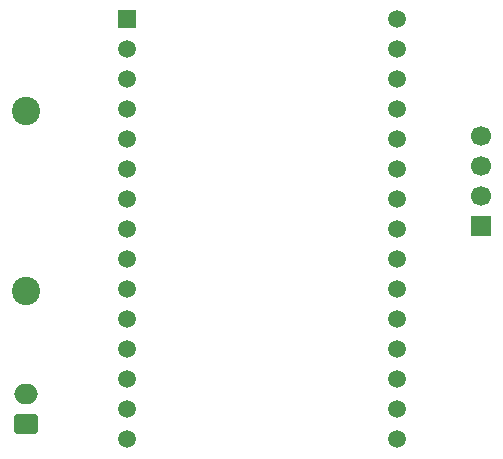
<source format=gbr>
%TF.GenerationSoftware,KiCad,Pcbnew,9.0.7*%
%TF.CreationDate,2026-01-15T22:57:21-07:00*%
%TF.ProjectId,TankMonitoor,54616e6b-4d6f-46e6-9974-6f6f722e6b69,rev?*%
%TF.SameCoordinates,Original*%
%TF.FileFunction,Soldermask,Top*%
%TF.FilePolarity,Negative*%
%FSLAX46Y46*%
G04 Gerber Fmt 4.6, Leading zero omitted, Abs format (unit mm)*
G04 Created by KiCad (PCBNEW 9.0.7) date 2026-01-15 22:57:21*
%MOMM*%
%LPD*%
G01*
G04 APERTURE LIST*
G04 Aperture macros list*
%AMRoundRect*
0 Rectangle with rounded corners*
0 $1 Rounding radius*
0 $2 $3 $4 $5 $6 $7 $8 $9 X,Y pos of 4 corners*
0 Add a 4 corners polygon primitive as box body*
4,1,4,$2,$3,$4,$5,$6,$7,$8,$9,$2,$3,0*
0 Add four circle primitives for the rounded corners*
1,1,$1+$1,$2,$3*
1,1,$1+$1,$4,$5*
1,1,$1+$1,$6,$7*
1,1,$1+$1,$8,$9*
0 Add four rect primitives between the rounded corners*
20,1,$1+$1,$2,$3,$4,$5,0*
20,1,$1+$1,$4,$5,$6,$7,0*
20,1,$1+$1,$6,$7,$8,$9,0*
20,1,$1+$1,$8,$9,$2,$3,0*%
G04 Aperture macros list end*
%ADD10R,1.700000X1.700000*%
%ADD11C,1.700000*%
%ADD12C,2.400000*%
%ADD13R,1.500000X1.500000*%
%ADD14C,1.500000*%
%ADD15RoundRect,0.250000X0.750000X-0.600000X0.750000X0.600000X-0.750000X0.600000X-0.750000X-0.600000X0*%
%ADD16O,2.000000X1.700000*%
G04 APERTURE END LIST*
D10*
%TO.C,REF\u002A\u002A*%
X127000000Y-68000000D03*
D11*
X127000000Y-65460000D03*
X127000000Y-62920000D03*
X127000000Y-60380000D03*
%TD*%
D12*
%TO.C,REF\u002A\u002A*%
X88500000Y-58260000D03*
X88500000Y-73500000D03*
%TD*%
D13*
%TO.C,REF\u002A\u002A*%
X97000000Y-50500000D03*
D14*
X97000000Y-53040000D03*
X97000000Y-55580000D03*
X97000000Y-58120000D03*
X97000000Y-60660000D03*
X97000000Y-63200000D03*
X97000000Y-65740000D03*
X97000000Y-68280000D03*
X97000000Y-70820000D03*
X97000000Y-73360000D03*
X97000000Y-75900000D03*
X97000000Y-78440000D03*
X97000000Y-80980000D03*
X97000000Y-83520000D03*
X97000000Y-86060000D03*
X119860000Y-86060000D03*
X119860000Y-83520000D03*
X119860000Y-80980000D03*
X119860000Y-78440000D03*
X119860000Y-75900000D03*
X119860000Y-73360000D03*
X119860000Y-70820000D03*
X119860000Y-68280000D03*
X119860000Y-65740000D03*
X119860000Y-63200000D03*
X119860000Y-60660000D03*
X119860000Y-58120000D03*
X119860000Y-55580000D03*
X119860000Y-53040000D03*
X119860000Y-50500000D03*
%TD*%
D15*
%TO.C,REF\u002A\u002A*%
X88475000Y-84750000D03*
D16*
X88475000Y-82250000D03*
%TD*%
M02*

</source>
